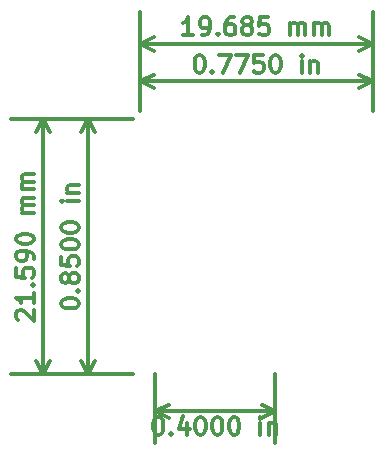
<source format=gbr>
G04 (created by PCBNEW (2013-07-07 BZR 4022)-stable) date 28/12/2014 00:49:19*
%MOIN*%
G04 Gerber Fmt 3.4, Leading zero omitted, Abs format*
%FSLAX34Y34*%
G01*
G70*
G90*
G04 APERTURE LIST*
%ADD10C,0.00590551*%
%ADD11C,0.011811*%
G04 APERTURE END LIST*
G54D10*
G54D11*
X81323Y-70929D02*
X81379Y-70929D01*
X81436Y-70958D01*
X81464Y-70986D01*
X81492Y-71042D01*
X81520Y-71154D01*
X81520Y-71295D01*
X81492Y-71408D01*
X81464Y-71464D01*
X81436Y-71492D01*
X81379Y-71520D01*
X81323Y-71520D01*
X81267Y-71492D01*
X81239Y-71464D01*
X81211Y-71408D01*
X81183Y-71295D01*
X81183Y-71154D01*
X81211Y-71042D01*
X81239Y-70986D01*
X81267Y-70958D01*
X81323Y-70929D01*
X81773Y-71464D02*
X81801Y-71492D01*
X81773Y-71520D01*
X81745Y-71492D01*
X81773Y-71464D01*
X81773Y-71520D01*
X82307Y-71126D02*
X82307Y-71520D01*
X82167Y-70901D02*
X82026Y-71323D01*
X82392Y-71323D01*
X82729Y-70929D02*
X82785Y-70929D01*
X82842Y-70958D01*
X82870Y-70986D01*
X82898Y-71042D01*
X82926Y-71154D01*
X82926Y-71295D01*
X82898Y-71408D01*
X82870Y-71464D01*
X82842Y-71492D01*
X82785Y-71520D01*
X82729Y-71520D01*
X82673Y-71492D01*
X82645Y-71464D01*
X82617Y-71408D01*
X82589Y-71295D01*
X82589Y-71154D01*
X82617Y-71042D01*
X82645Y-70986D01*
X82673Y-70958D01*
X82729Y-70929D01*
X83292Y-70929D02*
X83348Y-70929D01*
X83404Y-70958D01*
X83432Y-70986D01*
X83460Y-71042D01*
X83489Y-71154D01*
X83489Y-71295D01*
X83460Y-71408D01*
X83432Y-71464D01*
X83404Y-71492D01*
X83348Y-71520D01*
X83292Y-71520D01*
X83235Y-71492D01*
X83207Y-71464D01*
X83179Y-71408D01*
X83151Y-71295D01*
X83151Y-71154D01*
X83179Y-71042D01*
X83207Y-70986D01*
X83235Y-70958D01*
X83292Y-70929D01*
X83854Y-70929D02*
X83910Y-70929D01*
X83967Y-70958D01*
X83995Y-70986D01*
X84023Y-71042D01*
X84051Y-71154D01*
X84051Y-71295D01*
X84023Y-71408D01*
X83995Y-71464D01*
X83967Y-71492D01*
X83910Y-71520D01*
X83854Y-71520D01*
X83798Y-71492D01*
X83770Y-71464D01*
X83742Y-71408D01*
X83714Y-71295D01*
X83714Y-71154D01*
X83742Y-71042D01*
X83770Y-70986D01*
X83798Y-70958D01*
X83854Y-70929D01*
X84754Y-71520D02*
X84754Y-71126D01*
X84754Y-70929D02*
X84726Y-70958D01*
X84754Y-70986D01*
X84782Y-70958D01*
X84754Y-70929D01*
X84754Y-70986D01*
X85035Y-71126D02*
X85035Y-71520D01*
X85035Y-71183D02*
X85063Y-71154D01*
X85120Y-71126D01*
X85204Y-71126D01*
X85260Y-71154D01*
X85288Y-71211D01*
X85288Y-71520D01*
X81250Y-70749D02*
X85250Y-70749D01*
X81250Y-69500D02*
X81250Y-71812D01*
X85250Y-69500D02*
X85250Y-71812D01*
X85250Y-70749D02*
X84806Y-70980D01*
X85250Y-70749D02*
X84806Y-70519D01*
X81250Y-70749D02*
X81693Y-70980D01*
X81250Y-70749D02*
X81693Y-70519D01*
X76673Y-67696D02*
X76645Y-67668D01*
X76616Y-67612D01*
X76616Y-67471D01*
X76645Y-67415D01*
X76673Y-67387D01*
X76729Y-67359D01*
X76785Y-67359D01*
X76870Y-67387D01*
X77207Y-67724D01*
X77207Y-67359D01*
X77207Y-66796D02*
X77207Y-67134D01*
X77207Y-66965D02*
X76616Y-66965D01*
X76701Y-67021D01*
X76757Y-67077D01*
X76785Y-67134D01*
X77151Y-66543D02*
X77179Y-66515D01*
X77207Y-66543D01*
X77179Y-66571D01*
X77151Y-66543D01*
X77207Y-66543D01*
X76616Y-65981D02*
X76616Y-66262D01*
X76898Y-66290D01*
X76870Y-66262D01*
X76841Y-66206D01*
X76841Y-66065D01*
X76870Y-66009D01*
X76898Y-65981D01*
X76954Y-65953D01*
X77095Y-65953D01*
X77151Y-65981D01*
X77179Y-66009D01*
X77207Y-66065D01*
X77207Y-66206D01*
X77179Y-66262D01*
X77151Y-66290D01*
X77207Y-65671D02*
X77207Y-65559D01*
X77179Y-65503D01*
X77151Y-65474D01*
X77066Y-65418D01*
X76954Y-65390D01*
X76729Y-65390D01*
X76673Y-65418D01*
X76645Y-65446D01*
X76616Y-65503D01*
X76616Y-65615D01*
X76645Y-65671D01*
X76673Y-65699D01*
X76729Y-65728D01*
X76870Y-65728D01*
X76926Y-65699D01*
X76954Y-65671D01*
X76982Y-65615D01*
X76982Y-65503D01*
X76954Y-65446D01*
X76926Y-65418D01*
X76870Y-65390D01*
X76616Y-65025D02*
X76616Y-64968D01*
X76645Y-64912D01*
X76673Y-64884D01*
X76729Y-64856D01*
X76841Y-64828D01*
X76982Y-64828D01*
X77095Y-64856D01*
X77151Y-64884D01*
X77179Y-64912D01*
X77207Y-64968D01*
X77207Y-65025D01*
X77179Y-65081D01*
X77151Y-65109D01*
X77095Y-65137D01*
X76982Y-65165D01*
X76841Y-65165D01*
X76729Y-65137D01*
X76673Y-65109D01*
X76645Y-65081D01*
X76616Y-65025D01*
X77207Y-64125D02*
X76813Y-64125D01*
X76870Y-64125D02*
X76841Y-64097D01*
X76813Y-64040D01*
X76813Y-63956D01*
X76841Y-63900D01*
X76898Y-63872D01*
X77207Y-63872D01*
X76898Y-63872D02*
X76841Y-63843D01*
X76813Y-63787D01*
X76813Y-63703D01*
X76841Y-63647D01*
X76898Y-63618D01*
X77207Y-63618D01*
X77207Y-63337D02*
X76813Y-63337D01*
X76870Y-63337D02*
X76841Y-63309D01*
X76813Y-63253D01*
X76813Y-63169D01*
X76841Y-63112D01*
X76898Y-63084D01*
X77207Y-63084D01*
X76898Y-63084D02*
X76841Y-63056D01*
X76813Y-63000D01*
X76813Y-62915D01*
X76841Y-62859D01*
X76898Y-62831D01*
X77207Y-62831D01*
X77500Y-69500D02*
X77500Y-61000D01*
X80500Y-69500D02*
X76437Y-69500D01*
X80500Y-61000D02*
X76437Y-61000D01*
X77500Y-61000D02*
X77730Y-61443D01*
X77500Y-61000D02*
X77269Y-61443D01*
X77500Y-69500D02*
X77730Y-69056D01*
X77500Y-69500D02*
X77269Y-69056D01*
X82515Y-58207D02*
X82178Y-58207D01*
X82347Y-58207D02*
X82347Y-57616D01*
X82290Y-57701D01*
X82234Y-57757D01*
X82178Y-57785D01*
X82797Y-58207D02*
X82909Y-58207D01*
X82965Y-58179D01*
X82993Y-58151D01*
X83050Y-58066D01*
X83078Y-57954D01*
X83078Y-57729D01*
X83050Y-57673D01*
X83022Y-57645D01*
X82965Y-57616D01*
X82853Y-57616D01*
X82797Y-57645D01*
X82768Y-57673D01*
X82740Y-57729D01*
X82740Y-57870D01*
X82768Y-57926D01*
X82797Y-57954D01*
X82853Y-57982D01*
X82965Y-57982D01*
X83022Y-57954D01*
X83050Y-57926D01*
X83078Y-57870D01*
X83331Y-58151D02*
X83359Y-58179D01*
X83331Y-58207D01*
X83303Y-58179D01*
X83331Y-58151D01*
X83331Y-58207D01*
X83865Y-57616D02*
X83753Y-57616D01*
X83696Y-57645D01*
X83668Y-57673D01*
X83612Y-57757D01*
X83584Y-57870D01*
X83584Y-58095D01*
X83612Y-58151D01*
X83640Y-58179D01*
X83696Y-58207D01*
X83809Y-58207D01*
X83865Y-58179D01*
X83893Y-58151D01*
X83921Y-58095D01*
X83921Y-57954D01*
X83893Y-57898D01*
X83865Y-57870D01*
X83809Y-57841D01*
X83696Y-57841D01*
X83640Y-57870D01*
X83612Y-57898D01*
X83584Y-57954D01*
X84259Y-57870D02*
X84203Y-57841D01*
X84175Y-57813D01*
X84146Y-57757D01*
X84146Y-57729D01*
X84175Y-57673D01*
X84203Y-57645D01*
X84259Y-57616D01*
X84371Y-57616D01*
X84428Y-57645D01*
X84456Y-57673D01*
X84484Y-57729D01*
X84484Y-57757D01*
X84456Y-57813D01*
X84428Y-57841D01*
X84371Y-57870D01*
X84259Y-57870D01*
X84203Y-57898D01*
X84175Y-57926D01*
X84146Y-57982D01*
X84146Y-58095D01*
X84175Y-58151D01*
X84203Y-58179D01*
X84259Y-58207D01*
X84371Y-58207D01*
X84428Y-58179D01*
X84456Y-58151D01*
X84484Y-58095D01*
X84484Y-57982D01*
X84456Y-57926D01*
X84428Y-57898D01*
X84371Y-57870D01*
X85018Y-57616D02*
X84737Y-57616D01*
X84709Y-57898D01*
X84737Y-57870D01*
X84793Y-57841D01*
X84934Y-57841D01*
X84990Y-57870D01*
X85018Y-57898D01*
X85046Y-57954D01*
X85046Y-58095D01*
X85018Y-58151D01*
X84990Y-58179D01*
X84934Y-58207D01*
X84793Y-58207D01*
X84737Y-58179D01*
X84709Y-58151D01*
X85749Y-58207D02*
X85749Y-57813D01*
X85749Y-57870D02*
X85777Y-57841D01*
X85834Y-57813D01*
X85918Y-57813D01*
X85974Y-57841D01*
X86002Y-57898D01*
X86002Y-58207D01*
X86002Y-57898D02*
X86031Y-57841D01*
X86087Y-57813D01*
X86171Y-57813D01*
X86227Y-57841D01*
X86256Y-57898D01*
X86256Y-58207D01*
X86537Y-58207D02*
X86537Y-57813D01*
X86537Y-57870D02*
X86565Y-57841D01*
X86621Y-57813D01*
X86705Y-57813D01*
X86762Y-57841D01*
X86790Y-57898D01*
X86790Y-58207D01*
X86790Y-57898D02*
X86818Y-57841D01*
X86874Y-57813D01*
X86959Y-57813D01*
X87015Y-57841D01*
X87043Y-57898D01*
X87043Y-58207D01*
X80750Y-58500D02*
X88500Y-58500D01*
X80750Y-60750D02*
X80750Y-57437D01*
X88500Y-60750D02*
X88500Y-57437D01*
X88500Y-58500D02*
X88056Y-58730D01*
X88500Y-58500D02*
X88056Y-58269D01*
X80750Y-58500D02*
X81193Y-58730D01*
X80750Y-58500D02*
X81193Y-58269D01*
X82698Y-58866D02*
X82754Y-58866D01*
X82811Y-58895D01*
X82839Y-58923D01*
X82867Y-58979D01*
X82895Y-59091D01*
X82895Y-59232D01*
X82867Y-59345D01*
X82839Y-59401D01*
X82811Y-59429D01*
X82754Y-59457D01*
X82698Y-59457D01*
X82642Y-59429D01*
X82614Y-59401D01*
X82586Y-59345D01*
X82558Y-59232D01*
X82558Y-59091D01*
X82586Y-58979D01*
X82614Y-58923D01*
X82642Y-58895D01*
X82698Y-58866D01*
X83148Y-59401D02*
X83176Y-59429D01*
X83148Y-59457D01*
X83120Y-59429D01*
X83148Y-59401D01*
X83148Y-59457D01*
X83373Y-58866D02*
X83767Y-58866D01*
X83514Y-59457D01*
X83936Y-58866D02*
X84329Y-58866D01*
X84076Y-59457D01*
X84835Y-58866D02*
X84554Y-58866D01*
X84526Y-59148D01*
X84554Y-59120D01*
X84610Y-59091D01*
X84751Y-59091D01*
X84807Y-59120D01*
X84835Y-59148D01*
X84864Y-59204D01*
X84864Y-59345D01*
X84835Y-59401D01*
X84807Y-59429D01*
X84751Y-59457D01*
X84610Y-59457D01*
X84554Y-59429D01*
X84526Y-59401D01*
X85229Y-58866D02*
X85285Y-58866D01*
X85342Y-58895D01*
X85370Y-58923D01*
X85398Y-58979D01*
X85426Y-59091D01*
X85426Y-59232D01*
X85398Y-59345D01*
X85370Y-59401D01*
X85342Y-59429D01*
X85285Y-59457D01*
X85229Y-59457D01*
X85173Y-59429D01*
X85145Y-59401D01*
X85117Y-59345D01*
X85089Y-59232D01*
X85089Y-59091D01*
X85117Y-58979D01*
X85145Y-58923D01*
X85173Y-58895D01*
X85229Y-58866D01*
X86129Y-59457D02*
X86129Y-59063D01*
X86129Y-58866D02*
X86101Y-58895D01*
X86129Y-58923D01*
X86157Y-58895D01*
X86129Y-58866D01*
X86129Y-58923D01*
X86410Y-59063D02*
X86410Y-59457D01*
X86410Y-59120D02*
X86438Y-59091D01*
X86495Y-59063D01*
X86579Y-59063D01*
X86635Y-59091D01*
X86663Y-59148D01*
X86663Y-59457D01*
X80750Y-59750D02*
X88500Y-59750D01*
X80750Y-60750D02*
X80750Y-58687D01*
X88500Y-60750D02*
X88500Y-58687D01*
X88500Y-59750D02*
X88056Y-59980D01*
X88500Y-59750D02*
X88056Y-59519D01*
X80750Y-59750D02*
X81193Y-59980D01*
X80750Y-59750D02*
X81193Y-59519D01*
X78116Y-67176D02*
X78116Y-67120D01*
X78145Y-67063D01*
X78173Y-67035D01*
X78229Y-67007D01*
X78341Y-66979D01*
X78482Y-66979D01*
X78595Y-67007D01*
X78651Y-67035D01*
X78679Y-67063D01*
X78707Y-67120D01*
X78707Y-67176D01*
X78679Y-67232D01*
X78651Y-67260D01*
X78595Y-67288D01*
X78482Y-67316D01*
X78341Y-67316D01*
X78229Y-67288D01*
X78173Y-67260D01*
X78145Y-67232D01*
X78116Y-67176D01*
X78651Y-66726D02*
X78679Y-66698D01*
X78707Y-66726D01*
X78679Y-66754D01*
X78651Y-66726D01*
X78707Y-66726D01*
X78370Y-66360D02*
X78341Y-66417D01*
X78313Y-66445D01*
X78257Y-66473D01*
X78229Y-66473D01*
X78173Y-66445D01*
X78145Y-66417D01*
X78116Y-66360D01*
X78116Y-66248D01*
X78145Y-66192D01*
X78173Y-66163D01*
X78229Y-66135D01*
X78257Y-66135D01*
X78313Y-66163D01*
X78341Y-66192D01*
X78370Y-66248D01*
X78370Y-66360D01*
X78398Y-66417D01*
X78426Y-66445D01*
X78482Y-66473D01*
X78595Y-66473D01*
X78651Y-66445D01*
X78679Y-66417D01*
X78707Y-66360D01*
X78707Y-66248D01*
X78679Y-66192D01*
X78651Y-66163D01*
X78595Y-66135D01*
X78482Y-66135D01*
X78426Y-66163D01*
X78398Y-66192D01*
X78370Y-66248D01*
X78116Y-65601D02*
X78116Y-65882D01*
X78398Y-65910D01*
X78370Y-65882D01*
X78341Y-65826D01*
X78341Y-65685D01*
X78370Y-65629D01*
X78398Y-65601D01*
X78454Y-65573D01*
X78595Y-65573D01*
X78651Y-65601D01*
X78679Y-65629D01*
X78707Y-65685D01*
X78707Y-65826D01*
X78679Y-65882D01*
X78651Y-65910D01*
X78116Y-65207D02*
X78116Y-65151D01*
X78145Y-65095D01*
X78173Y-65067D01*
X78229Y-65039D01*
X78341Y-65010D01*
X78482Y-65010D01*
X78595Y-65039D01*
X78651Y-65067D01*
X78679Y-65095D01*
X78707Y-65151D01*
X78707Y-65207D01*
X78679Y-65264D01*
X78651Y-65292D01*
X78595Y-65320D01*
X78482Y-65348D01*
X78341Y-65348D01*
X78229Y-65320D01*
X78173Y-65292D01*
X78145Y-65264D01*
X78116Y-65207D01*
X78116Y-64645D02*
X78116Y-64589D01*
X78145Y-64532D01*
X78173Y-64504D01*
X78229Y-64476D01*
X78341Y-64448D01*
X78482Y-64448D01*
X78595Y-64476D01*
X78651Y-64504D01*
X78679Y-64532D01*
X78707Y-64589D01*
X78707Y-64645D01*
X78679Y-64701D01*
X78651Y-64729D01*
X78595Y-64757D01*
X78482Y-64785D01*
X78341Y-64785D01*
X78229Y-64757D01*
X78173Y-64729D01*
X78145Y-64701D01*
X78116Y-64645D01*
X78707Y-63745D02*
X78313Y-63745D01*
X78116Y-63745D02*
X78145Y-63773D01*
X78173Y-63745D01*
X78145Y-63717D01*
X78116Y-63745D01*
X78173Y-63745D01*
X78313Y-63464D02*
X78707Y-63464D01*
X78370Y-63464D02*
X78341Y-63436D01*
X78313Y-63379D01*
X78313Y-63295D01*
X78341Y-63239D01*
X78398Y-63211D01*
X78707Y-63211D01*
X79000Y-69500D02*
X79000Y-61000D01*
X80500Y-69500D02*
X77937Y-69500D01*
X80500Y-61000D02*
X77937Y-61000D01*
X79000Y-61000D02*
X79230Y-61443D01*
X79000Y-61000D02*
X78769Y-61443D01*
X79000Y-69500D02*
X79230Y-69056D01*
X79000Y-69500D02*
X78769Y-69056D01*
M02*

</source>
